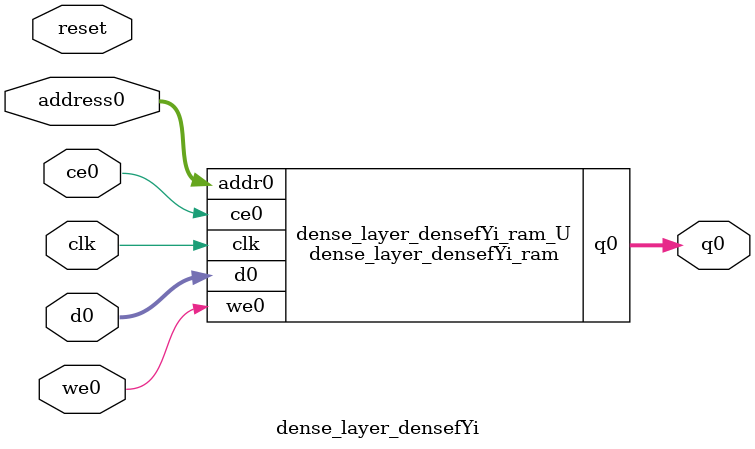
<source format=v>
`timescale 1 ns / 1 ps
module dense_layer_densefYi_ram (addr0, ce0, d0, we0, q0,  clk);

parameter DWIDTH = 32;
parameter AWIDTH = 4;
parameter MEM_SIZE = 10;

input[AWIDTH-1:0] addr0;
input ce0;
input[DWIDTH-1:0] d0;
input we0;
output reg[DWIDTH-1:0] q0;
input clk;

(* ram_style = "distributed" *)reg [DWIDTH-1:0] ram[0:MEM_SIZE-1];




always @(posedge clk)  
begin 
    if (ce0) 
    begin
        if (we0) 
        begin 
            ram[addr0] <= d0; 
        end 
        q0 <= ram[addr0];
    end
end


endmodule

`timescale 1 ns / 1 ps
module dense_layer_densefYi(
    reset,
    clk,
    address0,
    ce0,
    we0,
    d0,
    q0);

parameter DataWidth = 32'd32;
parameter AddressRange = 32'd10;
parameter AddressWidth = 32'd4;
input reset;
input clk;
input[AddressWidth - 1:0] address0;
input ce0;
input we0;
input[DataWidth - 1:0] d0;
output[DataWidth - 1:0] q0;



dense_layer_densefYi_ram dense_layer_densefYi_ram_U(
    .clk( clk ),
    .addr0( address0 ),
    .ce0( ce0 ),
    .we0( we0 ),
    .d0( d0 ),
    .q0( q0 ));

endmodule


</source>
